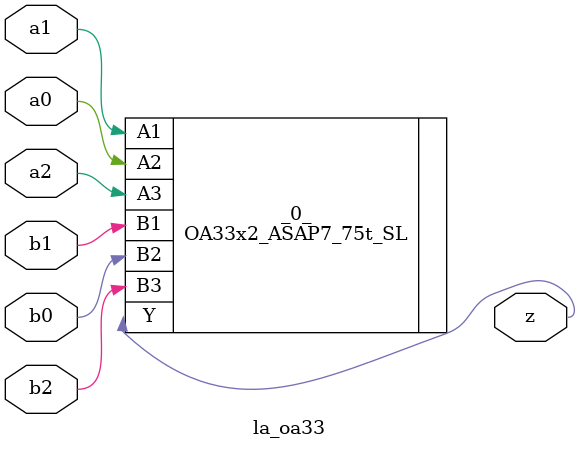
<source format=v>

/* Generated by Yosys 0.44 (git sha1 80ba43d26, g++ 11.4.0-1ubuntu1~22.04 -fPIC -O3) */

(* top =  1  *)
(* src = "generated" *)
(* keep_hierarchy *)
module la_oa33 (
    a0,
    a1,
    a2,
    b0,
    b1,
    b2,
    z
);
  (* src = "generated" *)
  input a0;
  wire a0;
  (* src = "generated" *)
  input a1;
  wire a1;
  (* src = "generated" *)
  input a2;
  wire a2;
  (* src = "generated" *)
  input b0;
  wire b0;
  (* src = "generated" *)
  input b1;
  wire b1;
  (* src = "generated" *)
  input b2;
  wire b2;
  (* src = "generated" *)
  output z;
  wire z;
  OA33x2_ASAP7_75t_SL _0_ (
      .A1(a1),
      .A2(a0),
      .A3(a2),
      .B1(b1),
      .B2(b0),
      .B3(b2),
      .Y (z)
  );
endmodule

</source>
